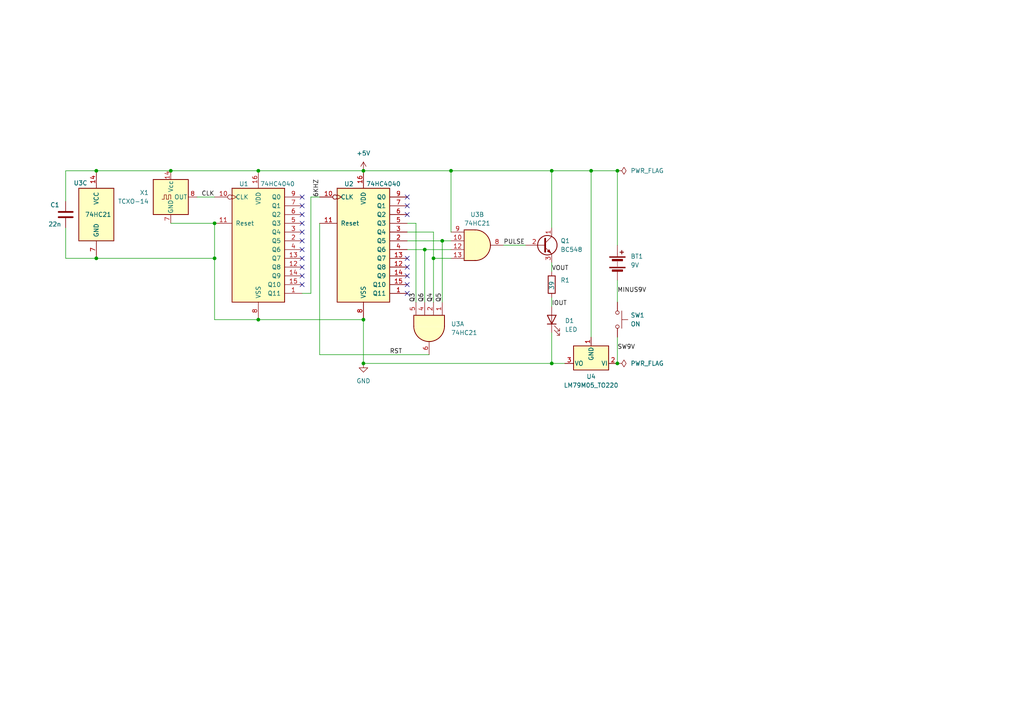
<source format=kicad_sch>
(kicad_sch (version 20231120) (generator "eeschema") (generator_version "8.0")
  (paper "A4")
  (lib_symbols
    (symbol "4xxx:4040" (pin_names (offset 1.016))
      (property "Reference" "U" (at -7.62 16.51 0))
      (property "Value" "4040" (at -7.62 -19.05 0))
      (symbol "4040_1_0"
        (pin output line (at 12.7 -15.24 180) (length 5.08) (name "Q11") (number "1"))
        (pin input inverted_clock (at -12.7 12.7 0) (length 5.08) (name "CLK") (number "10"))
        (pin input line (at -12.7 5.08 0) (length 5.08) (name "Reset") (number "11"))
        (pin output line (at 12.7 -7.62 180) (length 5.08) (name "Q8") (number "12"))
        (pin output line (at 12.7 -5.08 180) (length 5.08) (name "Q7") (number "13"))
        (pin output line (at 12.7 -10.16 180) (length 5.08) (name "Q9") (number "14"))
        (pin output line (at 12.7 -12.7 180) (length 5.08) (name "Q10") (number "15"))
        (pin power_in line (at 0 20.32 270) (length 5.08) (name "VDD") (number "16"))
        (pin output line (at 12.7 0 180) (length 5.08) (name "Q5") (number "2"))
        (pin output line (at 12.7 2.54 180) (length 5.08) (name "Q4") (number "3"))
        (pin output line (at 12.7 -2.54 180) (length 5.08) (name "Q6") (number "4"))
        (pin output line (at 12.7 5.08 180) (length 5.08) (name "Q3") (number "5"))
        (pin output line (at 12.7 7.62 180) (length 5.08) (name "Q2") (number "6"))
        (pin output line (at 12.7 10.16 180) (length 5.08) (name "Q1") (number "7"))
        (pin power_in line (at 0 -22.86 90) (length 5.08) (name "VSS") (number "8"))
        (pin output line (at 12.7 12.7 180) (length 5.08) (name "Q0") (number "9"))
      )
      (symbol "4040_1_1"
        (rectangle (start -7.62 15.24) (end 7.62 -17.78) (stroke (width 0.254)) (fill (type background)))
      )
    )
    (symbol "74xx:74LS21" (pin_names (offset 1.016))
      (property "Reference" "U" (at 0 1.27 0))
      (property "Value" "74LS21" (at 0 -1.27 0))
      (symbol "74LS21_1_1"
        (arc (start -0.635 -4.445) (mid 3.7907 0) (end -0.635 4.445) (stroke (width 0.254)) (fill (type background)))
        (polyline (pts (xy -0.635 4.445) (xy -3.81 4.445) (xy -3.81 -4.445) (xy -0.635 -4.445)) (stroke (width 0.254)) (fill (type background)))
        (pin input line (at -7.62 3.81 0) (length 3.81) (name "~") (number "1"))
        (pin input line (at -7.62 1.27 0) (length 3.81) (name "~") (number "2"))
        (pin input line (at -7.62 -1.27 0) (length 3.81) (name "~") (number "4"))
        (pin input line (at -7.62 -3.81 0) (length 3.81) (name "~") (number "5"))
        (pin output line (at 7.62 0 180) (length 3.81) (name "~") (number "6"))
      )
      (symbol "74LS21_1_2"
        (arc (start -3.81 -4.445) (mid -2.5908 0) (end -3.81 4.445) (stroke (width 0.254)))
        (arc (start -0.6096 -4.445) (mid 2.2246 -2.8422) (end 3.81 0) (stroke (width 0.254)) (fill (type background)))
        (polyline (pts (xy -3.81 -4.445) (xy -0.635 -4.445)) (stroke (width 0.254)) (fill (type background)))
        (polyline (pts (xy -3.81 4.445) (xy -0.635 4.445)) (stroke (width 0.254)) (fill (type background)))
        (polyline (pts (xy -0.635 4.445) (xy -3.81 4.445) (xy -3.81 4.445) (xy -3.6322 4.0894) (xy -3.0988 2.921) (xy -2.7686 1.6764) (xy -2.6162 0.4318) (xy -2.6416 -0.8636) (xy -2.8702 -2.1082) (xy -3.2512 -3.3274) (xy -3.81 -4.445) (xy -3.81 -4.445) (xy -0.635 -4.445)) (stroke (width -25.4)) (fill (type background)))
        (arc (start 3.81 0) (mid 2.2204 2.8379) (end -0.6096 4.445) (stroke (width 0.254)) (fill (type background)))
        (pin input inverted (at -7.62 3.81 0) (length 3.81) (name "~") (number "1"))
        (pin input inverted (at -7.62 1.27 0) (length 4.826) (name "~") (number "2"))
        (pin input inverted (at -7.62 -1.27 0) (length 4.826) (name "~") (number "4"))
        (pin input inverted (at -7.62 -3.81 0) (length 3.81) (name "~") (number "5"))
        (pin output inverted (at 7.62 0 180) (length 3.81) (name "~") (number "6"))
      )
      (symbol "74LS21_2_1"
        (arc (start -0.635 -4.445) (mid 3.7907 0) (end -0.635 4.445) (stroke (width 0.254)) (fill (type background)))
        (polyline (pts (xy -0.635 4.445) (xy -3.81 4.445) (xy -3.81 -4.445) (xy -0.635 -4.445)) (stroke (width 0.254)) (fill (type background)))
        (pin input line (at -7.62 1.27 0) (length 3.81) (name "~") (number "10"))
        (pin input line (at -7.62 -1.27 0) (length 3.81) (name "~") (number "12"))
        (pin input line (at -7.62 -3.81 0) (length 3.81) (name "~") (number "13"))
        (pin output line (at 7.62 0 180) (length 3.81) (name "~") (number "8"))
        (pin input line (at -7.62 3.81 0) (length 3.81) (name "~") (number "9"))
      )
      (symbol "74LS21_2_2"
        (arc (start -3.81 -4.445) (mid -2.5908 0) (end -3.81 4.445) (stroke (width 0.254)))
        (arc (start -0.6096 -4.445) (mid 2.2246 -2.8422) (end 3.81 0) (stroke (width 0.254)) (fill (type background)))
        (polyline (pts (xy -3.81 -4.445) (xy -0.635 -4.445)) (stroke (width 0.254)) (fill (type background)))
        (polyline (pts (xy -3.81 4.445) (xy -0.635 4.445)) (stroke (width 0.254)) (fill (type background)))
        (polyline (pts (xy -0.635 4.445) (xy -3.81 4.445) (xy -3.81 4.445) (xy -3.6322 4.0894) (xy -3.0988 2.921) (xy -2.7686 1.6764) (xy -2.6162 0.4318) (xy -2.6416 -0.8636) (xy -2.8702 -2.1082) (xy -3.2512 -3.3274) (xy -3.81 -4.445) (xy -3.81 -4.445) (xy -0.635 -4.445)) (stroke (width -25.4)) (fill (type background)))
        (arc (start 3.81 0) (mid 2.2204 2.8379) (end -0.6096 4.445) (stroke (width 0.254)) (fill (type background)))
        (pin input inverted (at -7.62 1.27 0) (length 4.826) (name "~") (number "10"))
        (pin input inverted (at -7.62 -1.27 0) (length 4.826) (name "~") (number "12"))
        (pin input inverted (at -7.62 -3.81 0) (length 3.81) (name "~") (number "13"))
        (pin output inverted (at 7.62 0 180) (length 3.81) (name "~") (number "8"))
        (pin input inverted (at -7.62 3.81 0) (length 3.81) (name "~") (number "9"))
      )
      (symbol "74LS21_3_0"
        (pin power_in line (at 0 12.7 270) (length 5.08) (name "VCC") (number "14"))
        (pin power_in line (at 0 -12.7 90) (length 5.08) (name "GND") (number "7"))
      )
      (symbol "74LS21_3_1"
        (rectangle (start -5.08 7.62) (end 5.08 -7.62) (stroke (width 0.254)) (fill (type background)))
      )
    )
    (symbol "Device:Battery" (pin_numbers hide) (pin_names (offset 0) hide)
      (property "Reference" "BT" (at 2.54 2.54 0))
      (property "Value" "Battery" (at 2.54 0 0))
      (symbol "Battery_0_1"
        (rectangle (start -2.286 -1.27) (end 2.286 -1.524) (fill (type outline)))
        (rectangle (start -2.286 1.778) (end 2.286 1.524) (fill (type outline)))
        (rectangle (start -1.524 -2.032) (end 1.524 -2.54) (fill (type outline)))
        (rectangle (start -1.524 1.016) (end 1.524 0.508) (fill (type outline)))
        (polyline (pts (xy 0 -1.016) (xy 0 -0.762)))
        (polyline (pts (xy 0 -0.508) (xy 0 -0.254)))
        (polyline (pts (xy 0 0) (xy 0 0.254)))
        (polyline (pts (xy 0 1.778) (xy 0 2.54)))
        (polyline (pts (xy 0.762 3.048) (xy 1.778 3.048)) (stroke (width 0.254)))
        (polyline (pts (xy 1.27 3.556) (xy 1.27 2.54)) (stroke (width 0.254)))
      )
      (symbol "Battery_1_1"
        (pin passive line (at 0 5.08 270) (length 2.54) (name "+") (number "1"))
        (pin passive line (at 0 -5.08 90) (length 2.54) (name "-") (number "2"))
      )
    )
    (symbol "Device:C" (pin_numbers hide) (pin_names (offset 0.254))
      (property "Reference" "C" (at 0.635 2.54 0))
      (property "Value" "C" (at 0.635 -2.54 0))
      (symbol "C_0_1"
        (polyline (pts (xy -2.032 -0.762) (xy 2.032 -0.762)) (stroke (width 0.508)))
        (polyline (pts (xy -2.032 0.762) (xy 2.032 0.762)) (stroke (width 0.508)))
      )
      (symbol "C_1_1"
        (pin passive line (at 0 3.81 270) (length 2.794) (name "~") (number "1"))
        (pin passive line (at 0 -3.81 90) (length 2.794) (name "~") (number "2"))
      )
    )
    (symbol "Device:LED" (pin_numbers hide) (pin_names (offset 1.016) hide)
      (property "Reference" "D" (at 0 2.54 0))
      (property "Value" "LED" (at 0 -2.54 0))
      (symbol "LED_0_1"
        (polyline (pts (xy -1.27 -1.27) (xy -1.27 1.27)) (stroke (width 0.254)))
        (polyline (pts (xy -1.27 0) (xy 1.27 0)))
        (polyline (pts (xy 1.27 -1.27) (xy 1.27 1.27) (xy -1.27 0) (xy 1.27 -1.27)) (stroke (width 0.254)))
        (polyline (pts (xy -3.048 -0.762) (xy -4.572 -2.286) (xy -3.81 -2.286) (xy -4.572 -2.286) (xy -4.572 -1.524)))
        (polyline (pts (xy -1.778 -0.762) (xy -3.302 -2.286) (xy -2.54 -2.286) (xy -3.302 -2.286) (xy -3.302 -1.524)))
      )
      (symbol "LED_1_1"
        (pin passive line (at -3.81 0 0) (length 2.54) (name "K") (number "1"))
        (pin passive line (at 3.81 0 180) (length 2.54) (name "A") (number "2"))
      )
    )
    (symbol "Device:R" (pin_numbers hide) (pin_names (offset 0))
      (property "Reference" "R" (at 2.032 0 90))
      (property "Value" "R" (at 0 0 90))
      (symbol "R_0_1"
        (rectangle (start -1.016 -2.54) (end 1.016 2.54) (stroke (width 0.254)))
      )
      (symbol "R_1_1"
        (pin passive line (at 0 3.81 270) (length 1.27) (name "~") (number "1"))
        (pin passive line (at 0 -3.81 90) (length 1.27) (name "~") (number "2"))
      )
    )
    (symbol "Oscillator:TCXO-14" (pin_names (offset 0.254))
      (property "Reference" "X" (at -5.08 6.35 0))
      (property "Value" "TCXO-14" (at 1.27 -6.35 0))
      (symbol "TCXO-14_0_1"
        (rectangle (start -5.08 5.08) (end 5.08 -5.08) (stroke (width 0.254)) (fill (type background)))
        (polyline (pts (xy -2.54 -0.635) (xy -1.905 -0.635) (xy -1.905 0.635) (xy -1.27 0.635) (xy -1.27 -0.635) (xy -0.635 -0.635) (xy -0.635 0.635) (xy 0 0.635) (xy 0 -0.635)))
      )
      (symbol "TCXO-14_1_1"
        (pin no_connect line (at -5.08 2.54 0) (length 2.54) hide (name "NC") (number "1"))
        (pin power_in line (at 0 7.62 270) (length 2.54) (name "Vcc") (number "14"))
        (pin power_in line (at 0 -7.62 90) (length 2.54) (name "GND") (number "7"))
        (pin output line (at 7.62 0 180) (length 2.54) (name "OUT") (number "8"))
      )
    )
    (symbol "Regulator_Linear:LM79M05_TO220" (pin_names (offset 0.254))
      (property "Reference" "U" (at -3.81 -3.175 0))
      (property "Value" "LM79M05_TO220" (at 0 -3.175 0))
      (symbol "LM79M05_TO220_0_1"
        (rectangle (start -5.08 5.08) (end 5.08 -1.905) (stroke (width 0.254)) (fill (type background)))
      )
      (symbol "LM79M05_TO220_1_1"
        (pin power_in line (at 0 7.62 270) (length 2.54) (name "GND") (number "1"))
        (pin power_in line (at -7.62 0 0) (length 2.54) (name "VI") (number "2"))
        (pin power_out line (at 7.62 0 180) (length 2.54) (name "VO") (number "3"))
      )
    )
    (symbol "Switch:SW_Push" (pin_numbers hide) (pin_names (offset 1.016) hide)
      (property "Reference" "SW" (at 1.27 2.54 0))
      (property "Value" "SW_Push" (at 0 -1.524 0))
      (symbol "SW_Push_0_1"
        (circle (center -2.032 0) (radius 0.508))
        (polyline (pts (xy 0 1.27) (xy 0 3.048)))
        (polyline (pts (xy 2.54 1.27) (xy -2.54 1.27)))
        (circle (center 2.032 0) (radius 0.508))
        (pin passive line (at -5.08 0 0) (length 2.54) (name "1") (number "1"))
        (pin passive line (at 5.08 0 180) (length 2.54) (name "2") (number "2"))
      )
    )
    (symbol "Transistor_BJT:BC548" (pin_names (offset 0) hide)
      (property "Reference" "Q" (at 5.08 1.905 0))
      (property "Value" "BC548" (at 5.08 0 0))
      (symbol "BC548_0_1"
        (polyline (pts (xy 0 0) (xy 0.635 0)))
        (polyline (pts (xy 0.635 0.635) (xy 2.54 2.54)))
        (polyline (pts (xy 0.635 -0.635) (xy 2.54 -2.54) (xy 2.54 -2.54)))
        (polyline (pts (xy 0.635 1.905) (xy 0.635 -1.905) (xy 0.635 -1.905)) (stroke (width 0.508)))
        (polyline (pts (xy 1.27 -1.778) (xy 1.778 -1.27) (xy 2.286 -2.286) (xy 1.27 -1.778) (xy 1.27 -1.778)) (fill (type outline)))
        (circle (center 1.27 0) (radius 2.8194) (stroke (width 0.254)))
      )
      (symbol "BC548_1_1"
        (pin passive line (at 2.54 5.08 270) (length 2.54) (name "C") (number "1"))
        (pin input line (at -5.08 0 0) (length 5.08) (name "B") (number "2"))
        (pin passive line (at 2.54 -5.08 90) (length 2.54) (name "E") (number "3"))
      )
    )
    (symbol "power:+5V" (power) (pin_numbers hide) (pin_names (offset 0) hide)
      (property "Value" "+5V" (at 0 3.556 0))
      (symbol "+5V_0_1"
        (polyline (pts (xy -0.762 1.27) (xy 0 2.54)))
        (polyline (pts (xy 0 0) (xy 0 2.54)))
        (polyline (pts (xy 0 2.54) (xy 0.762 1.27)))
      )
      (symbol "+5V_1_1"
        (pin power_in line (at 0 0 90) (length 0) (name "~") (number "1"))
      )
    )
    (symbol "power:GND" (power) (pin_numbers hide) (pin_names (offset 0) hide)
      (property "Value" "GND" (at 0 -3.81 0))
      (symbol "GND_0_1"
        (polyline (pts (xy 0 0) (xy 0 -1.27) (xy 1.27 -1.27) (xy 0 -2.54) (xy -1.27 -1.27) (xy 0 -1.27)))
      )
      (symbol "GND_1_1"
        (pin power_in line (at 0 0 270) (length 0) (name "~") (number "1"))
      )
    )
    (symbol "power:PWR_FLAG" (power) (pin_numbers hide) (pin_names (offset 0) hide)
      (property "Value" "PWR_FLAG" (at 0 3.81 0))
      (symbol "PWR_FLAG_0_0"
        (pin power_out line (at 0 0 90) (length 0) (name "~") (number "1"))
      )
      (symbol "PWR_FLAG_0_1"
        (polyline (pts (xy 0 0) (xy 0 1.27) (xy -1.016 1.905) (xy 0 2.54) (xy 1.016 1.905) (xy 0 1.27)))
      )
    )
  )
  (junction (at 74.93 49.53))
  (junction (at 27.94 74.93))
  (junction (at 62.23 64.77))
  (junction (at 105.41 49.53))
  (junction (at 179.07 49.53))
  (junction (at 27.94 49.53))
  (junction (at 160.02 105.41))
  (junction (at 125.73 74.93))
  (junction (at 160.02 49.53))
  (junction (at 105.41 92.71))
  (junction (at 128.27 69.85))
  (junction (at 49.53 49.53))
  (junction (at 105.41 105.41))
  (junction (at 171.45 49.53))
  (junction (at 179.07 105.41))
  (junction (at 74.93 92.71))
  (junction (at 130.81 49.53))
  (junction (at 62.23 74.93))
  (junction (at 123.19 72.39))
  (no_connect (at 118.11 77.47))
  (no_connect (at 87.63 64.77))
  (no_connect (at 87.63 67.31))
  (no_connect (at 87.63 80.01))
  (no_connect (at 87.63 62.23))
  (no_connect (at 118.11 80.01))
  (no_connect (at 118.11 82.55))
  (no_connect (at 87.63 77.47))
  (no_connect (at 118.11 85.09))
  (no_connect (at 87.63 59.69))
  (no_connect (at 87.63 72.39))
  (no_connect (at 118.11 62.23))
  (no_connect (at 87.63 57.15))
  (no_connect (at 87.63 82.55))
  (no_connect (at 118.11 57.15))
  (no_connect (at 118.11 59.69))
  (no_connect (at 118.11 74.93))
  (no_connect (at 87.63 74.93))
  (no_connect (at 87.63 69.85))
  (wire (pts (xy 92.71 102.87) (xy 124.46 102.87)))
  (wire (pts (xy 105.41 49.53) (xy 130.81 49.53)))
  (wire (pts (xy 160.02 49.53) (xy 160.02 66.04)))
  (wire (pts (xy 160.02 105.41) (xy 160.02 96.52)))
  (wire (pts (xy 62.23 74.93) (xy 62.23 92.71)))
  (wire (pts (xy 146.05 71.12) (xy 152.4 71.12)))
  (wire (pts (xy 125.73 67.31) (xy 118.11 67.31)))
  (wire (pts (xy 171.45 97.79) (xy 171.45 49.53)))
  (wire (pts (xy 125.73 67.31) (xy 125.73 74.93)))
  (wire (pts (xy 179.07 71.12) (xy 179.07 49.53)))
  (wire (pts (xy 160.02 86.36) (xy 160.02 88.9)))
  (wire (pts (xy 19.05 49.53) (xy 19.05 58.42)))
  (wire (pts (xy 74.93 49.53) (xy 105.41 49.53)))
  (wire (pts (xy 120.65 64.77) (xy 118.11 64.77)))
  (wire (pts (xy 49.53 49.53) (xy 74.93 49.53)))
  (wire (pts (xy 123.19 87.63) (xy 123.19 72.39)))
  (wire (pts (xy 125.73 87.63) (xy 125.73 74.93)))
  (wire (pts (xy 27.94 49.53) (xy 49.53 49.53)))
  (wire (pts (xy 160.02 76.2) (xy 160.02 78.74)))
  (wire (pts (xy 74.93 92.71) (xy 105.41 92.71)))
  (wire (pts (xy 105.41 105.41) (xy 160.02 105.41)))
  (wire (pts (xy 49.53 64.77) (xy 62.23 64.77)))
  (wire (pts (xy 179.07 81.28) (xy 179.07 87.63)))
  (wire (pts (xy 128.27 69.85) (xy 118.11 69.85)))
  (wire (pts (xy 62.23 64.77) (xy 62.23 74.93)))
  (wire (pts (xy 179.07 97.79) (xy 179.07 105.41)))
  (wire (pts (xy 128.27 69.85) (xy 130.81 69.85)))
  (wire (pts (xy 19.05 66.04) (xy 19.05 74.93)))
  (wire (pts (xy 130.81 49.53) (xy 160.02 49.53)))
  (wire (pts (xy 27.94 49.53) (xy 19.05 49.53)))
  (wire (pts (xy 171.45 49.53) (xy 160.02 49.53)))
  (wire (pts (xy 90.17 85.09) (xy 90.17 57.15)))
  (wire (pts (xy 90.17 57.15) (xy 92.71 57.15)))
  (wire (pts (xy 130.81 49.53) (xy 130.81 67.31)))
  (wire (pts (xy 123.19 72.39) (xy 130.81 72.39)))
  (wire (pts (xy 19.05 74.93) (xy 27.94 74.93)))
  (wire (pts (xy 87.63 85.09) (xy 90.17 85.09)))
  (wire (pts (xy 57.15 57.15) (xy 62.23 57.15)))
  (wire (pts (xy 27.94 74.93) (xy 62.23 74.93)))
  (wire (pts (xy 160.02 105.41) (xy 163.83 105.41)))
  (wire (pts (xy 179.07 49.53) (xy 171.45 49.53)))
  (wire (pts (xy 62.23 92.71) (xy 74.93 92.71)))
  (wire (pts (xy 105.41 92.71) (xy 105.41 105.41)))
  (wire (pts (xy 128.27 87.63) (xy 128.27 69.85)))
  (wire (pts (xy 125.73 74.93) (xy 130.81 74.93)))
  (wire (pts (xy 92.71 64.77) (xy 92.71 102.87)))
  (wire (pts (xy 123.19 72.39) (xy 118.11 72.39)))
  (wire (pts (xy 120.65 87.63) (xy 120.65 64.77)))
  (label "Q3" (at 120.65 87.63 90))
  (label "VOUT" (at 160.02 78.74 0))
  (label "PULSE" (at 146.05 71.12 0))
  (label "Q4" (at 125.73 87.63 90))
  (label "MINUS9V" (at 179.07 85.09 0))
  (label "6KHZ" (at 92.71 57.15 90))
  (label "RST" (at 113.03 102.87 0))
  (label "IOUT" (at 160.02 88.9 0))
  (label "SW9V" (at 179.07 101.6 0))
  (label "Q5" (at 128.27 87.63 90))
  (label "CLK" (at 58.42 57.15 0))
  (label "Q6" (at 123.19 87.63 90))
  (symbol (lib_id "Device:LED") (at 160.02 92.71 90) (unit 1)
    (property "Reference" "D1" (at 163.83 93.0274 90) (effects (justify right)))
    (property "Value" "LED" (at 163.83 95.5674 90) (effects (justify right)))
    (property "Footprint" "LED_THT:LED_D3.0mm_Horizontal_O3.81mm_Z10.0mm" (effects (hide yes)))
    (property "Description" "Light emitting diode" (effects (hide yes)))
  )
  (symbol (lib_id "74xx:74LS21") (at 27.94 62.23 0) (unit 3)
    (property "Reference" "U3" (at 21.336 53.086 0) (effects (justify left)))
    (property "Value" "74HC21" (at 24.638 62.23 0) (effects (justify left)))
    (property "Footprint" "Package_DIP:DIP-14_W7.62mm" (effects (hide yes)))
    (property "Datasheet" "http://www.ti.com/lit/gpn/sn74LS21" (effects (hide yes)))
    (property "Description" "Dual 4-input AND" (effects (hide yes)))
  )
  (symbol (lib_id "74xx:74LS21") (at 124.46 95.25 270) (unit 1)
    (property "Reference" "U3" (at 130.81 93.9702 90) (effects (justify left)))
    (property "Value" "74HC21" (at 130.81 96.5102 90) (effects (justify left)))
    (property "Footprint" "Package_DIP:DIP-14_W7.62mm" (effects (hide yes)))
    (property "Datasheet" "http://www.ti.com/lit/gpn/sn74LS21" (effects (hide yes)))
    (property "Description" "Dual 4-input AND" (effects (hide yes)))
  )
  (symbol (lib_id "Oscillator:TCXO-14") (at 49.53 57.15 0) (unit 1)
    (property "Reference" "X1" (at 43.18 55.8799 0) (effects (justify right)))
    (property "Value" "TCXO-14" (at 43.18 58.4199 0) (effects (justify right)))
    (property "Footprint" "Oscillator:Oscillator_DIP-14" (effects (hide yes)))
    (property "Datasheet" "http://www.golledge.com/pdf/products/tcxos/gtxos14.pdf" (effects (hide yes)))
    (property "Description" "Temperature Compensated Crystal Clock Oscillator, DIP14-style metal package" (effects (hide yes)))
  )
  (symbol (lib_id "power:PWR_FLAG") (at 179.07 105.41 270) (unit 1)
    (property "Reference" "#FLG02" (effects (hide yes)))
    (property "Value" "PWR_FLAG" (at 182.88 105.4099 90) (effects (justify left)))
    (property "Description" "Special symbol for telling ERC where power comes from" (effects (hide yes)))
  )
  (symbol (lib_id "Device:R") (at 160.02 82.55 0) (unit 1)
    (property "Reference" "R1" (at 162.56 81.2799 0) (effects (justify left)))
    (property "Value" "39" (at 160.02 82.804 90))
    (property "Footprint" "Resistor_THT:R_Axial_DIN0207_L6.3mm_D2.5mm_P10.16mm_Horizontal" (effects (hide yes)))
    (property "Description" "Resistor" (effects (hide yes)))
  )
  (symbol (lib_id "power:+5V") (at 105.41 49.53 0) (unit 1)
    (property "Reference" "#PWR02" (effects (hide yes)))
    (property "Value" "+5V" (at 105.41 44.45 0))
    (property "Description" "Power symbol creates a global label with name \"+5V\"" (effects (hide yes)))
  )
  (symbol (lib_id "Device:C") (at 19.05 62.23 0) (unit 1)
    (property "Reference" "C1" (at 17.272 59.436 0) (effects (justify right)))
    (property "Value" "22n" (at 17.78 65.024 0) (effects (justify right)))
    (property "Footprint" "Capacitor_THT:C_Disc_D6.0mm_W2.5mm_P5.00mm" (effects (hide yes)))
    (property "Description" "Unpolarized capacitor" (effects (hide yes)))
  )
  (symbol (lib_id "74xx:74LS21") (at 138.43 71.12 0) (unit 2)
    (property "Reference" "U3" (at 138.4203 62.23 0))
    (property "Value" "74HC21" (at 138.4203 64.77 0))
    (property "Footprint" "Package_DIP:DIP-14_W7.62mm" (effects (hide yes)))
    (property "Datasheet" "http://www.ti.com/lit/gpn/sn74LS21" (effects (hide yes)))
    (property "Description" "Dual 4-input AND" (effects (hide yes)))
  )
  (symbol (lib_id "Device:Battery") (at 179.07 76.2 0) (unit 1)
    (property "Reference" "BT1" (at 182.88 74.3584 0) (effects (justify left)))
    (property "Value" "9V" (at 182.88 76.8984 0) (effects (justify left)))
    (property "Footprint" "Connector_PinHeader_2.54mm:PinHeader_1x02_P2.54mm_Horizontal" (effects (hide yes)))
    (property "Description" "Multiple-cell battery" (effects (hide yes)))
  )
  (symbol (lib_id "power:PWR_FLAG") (at 179.07 49.53 270) (unit 1)
    (property "Reference" "#FLG01" (effects (hide yes)))
    (property "Value" "PWR_FLAG" (at 182.88 49.5299 90) (effects (justify left)))
    (property "Description" "Special symbol for telling ERC where power comes from" (effects (hide yes)))
  )
  (symbol (lib_id "4xxx:4040") (at 74.93 69.85 0) (unit 1)
    (property "Reference" "U1" (at 69.342 53.34 0) (effects (justify left)))
    (property "Value" "74HC4040" (at 75.438 53.34 0) (effects (justify left)))
    (property "Footprint" "Package_DIP:DIP-16_W7.62mm" (effects (hide yes)))
    (property "Datasheet" "http://www.intersil.com/content/dam/Intersil/documents/cd40/cd4020bms-24bms-40bms.pdf" (effects (hide yes)))
    (property "Description" "Binary Counter 12 stages (Asynchronous)" (effects (hide yes)))
  )
  (symbol (lib_id "Regulator_Linear:LM79M05_TO220") (at 171.45 105.41 0) (mirror y) (unit 1)
    (property "Reference" "U4" (at 171.45 109.22 0))
    (property "Value" "LM79M05_TO220" (at 171.45 111.76 0))
    (property "Footprint" "Package_TO_SOT_THT:TO-220-3_Vertical" (effects (hide yes)))
    (property "Datasheet" "https://www.onsemi.com/pub/Collateral/MC79M00-D.PDF" (effects (hide yes)))
    (property "Description" "Negative 500mA 35V Linear Regulator, Fixed Output 5V, TO-220" (effects (hide yes)))
  )
  (symbol (lib_id "Transistor_BJT:BC548") (at 157.48 71.12 0) (unit 1)
    (property "Reference" "Q1" (at 162.56 69.8499 0) (effects (justify left)))
    (property "Value" "BC548" (at 162.56 72.3899 0) (effects (justify left)))
    (property "Footprint" "Package_TO_SOT_THT:TO-92_Inline" (effects (hide yes)))
    (property "Datasheet" "https://www.onsemi.com/pub/Collateral/BC550-D.pdf" (effects (hide yes)))
    (property "Description" "0.1A Ic, 30V Vce, Small Signal NPN Transistor, TO-92" (effects (hide yes)))
  )
  (symbol (lib_id "power:GND") (at 105.41 105.41 0) (unit 1)
    (property "Reference" "#PWR01" (effects (hide yes)))
    (property "Value" "GND" (at 105.41 110.49 0))
    (property "Description" "Power symbol creates a global label with name \"GND\" , ground" (effects (hide yes)))
  )
  (symbol (lib_id "Switch:SW_Push") (at 179.07 92.71 270) (unit 1)
    (property "Reference" "SW1" (at 182.88 91.4399 90) (effects (justify left)))
    (property "Value" "ON" (at 182.88 93.9799 90) (effects (justify left)))
    (property "Footprint" "Button_Switch_THT:SW_PUSH_6mm" (effects (hide yes)))
    (property "Description" "Push button switch, generic, two pins" (effects (hide yes)))
  )
  (symbol (lib_id "4xxx:4040") (at 105.41 69.85 0) (unit 1)
    (property "Reference" "U2" (at 99.822 53.34 0) (effects (justify left)))
    (property "Value" "74HC4040" (at 106.172 53.34 0) (effects (justify left)))
    (property "Footprint" "Package_DIP:DIP-16_W7.62mm" (effects (hide yes)))
    (property "Datasheet" "http://www.intersil.com/content/dam/Intersil/documents/cd40/cd4020bms-24bms-40bms.pdf" (effects (hide yes)))
    (property "Description" "Binary Counter 12 stages (Asynchronous)" (effects (hide yes)))
  )
)
</source>
